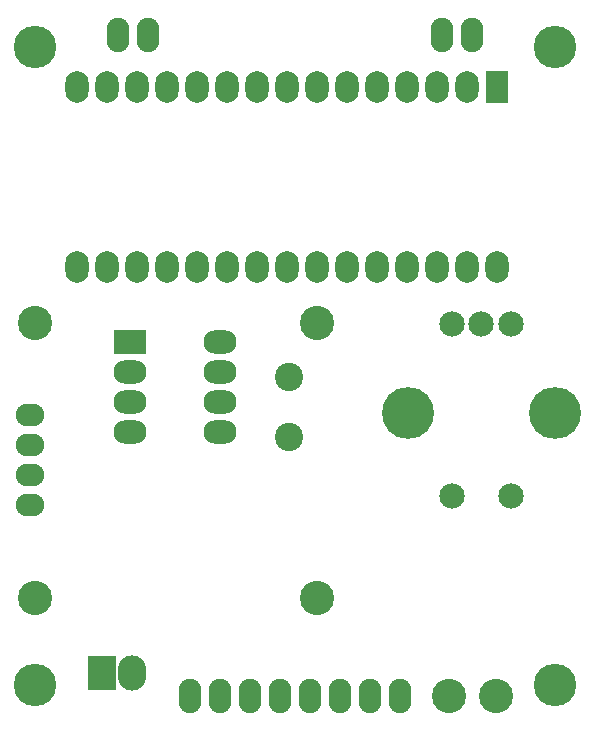
<source format=gbr>
G04 #@! TF.FileFunction,Soldermask,Bot*
%FSLAX46Y46*%
G04 Gerber Fmt 4.6, Leading zero omitted, Abs format (unit mm)*
G04 Created by KiCad (PCBNEW 4.0.4-stable) date 09/01/17 08:26:27*
%MOMM*%
%LPD*%
G01*
G04 APERTURE LIST*
%ADD10C,0.100000*%
%ADD11R,1.974800X2.686000*%
%ADD12O,1.974800X2.686000*%
%ADD13O,2.400000X1.924000*%
%ADD14C,2.900000*%
%ADD15C,2.400000*%
%ADD16R,2.800000X2.000000*%
%ADD17O,2.800000X2.000000*%
%ADD18O,1.920000X2.920000*%
%ADD19C,3.600000*%
%ADD20C,2.899360*%
%ADD21C,2.150000*%
%ADD22O,4.400000X4.400000*%
%ADD23R,2.400000X3.000000*%
%ADD24O,2.400000X3.000000*%
G04 APERTURE END LIST*
D10*
D11*
X112050000Y-76380000D03*
D12*
X109510000Y-76380000D03*
X106970000Y-76380000D03*
X104430000Y-76380000D03*
X101890000Y-76380000D03*
X99350000Y-76380000D03*
X96810000Y-76380000D03*
X94270000Y-76380000D03*
X91730000Y-76380000D03*
X89190000Y-76380000D03*
X86650000Y-76380000D03*
X84110000Y-76380000D03*
X81570000Y-76380000D03*
X79030000Y-76380000D03*
X76490000Y-76380000D03*
X76490000Y-91620000D03*
X79030000Y-91620000D03*
X81570000Y-91620000D03*
X84110000Y-91620000D03*
X86650000Y-91620000D03*
X89190000Y-91620000D03*
X91730000Y-91620000D03*
X94270000Y-91620000D03*
X96810000Y-91620000D03*
X99350000Y-91620000D03*
X101890000Y-91620000D03*
X104430000Y-91620000D03*
X106970000Y-91620000D03*
X109510000Y-91620000D03*
X112050000Y-91620000D03*
D13*
X72500000Y-111810000D03*
X72500000Y-109270000D03*
X72500000Y-106730000D03*
X72500000Y-104190000D03*
D14*
X96800000Y-119650000D03*
X73000000Y-119650000D03*
X73000000Y-96350000D03*
X96800000Y-96350000D03*
D15*
X94500000Y-101000000D03*
X94500000Y-106000000D03*
D16*
X81000000Y-98000000D03*
D17*
X88620000Y-105620000D03*
X81000000Y-100540000D03*
X88620000Y-103080000D03*
X81000000Y-103080000D03*
X88620000Y-100540000D03*
X81000000Y-105620000D03*
X88620000Y-98000000D03*
D18*
X80000000Y-72000000D03*
X82540000Y-72000000D03*
X110000000Y-72000000D03*
X107460000Y-72000000D03*
D19*
X73000000Y-73000000D03*
X117000000Y-73000000D03*
X73000000Y-127000000D03*
X117000000Y-127000000D03*
D20*
X112000000Y-128000000D03*
X108000000Y-128000000D03*
D18*
X86100000Y-128000000D03*
X88640000Y-128000000D03*
X91180000Y-128000000D03*
X93720000Y-128000000D03*
X96260000Y-128000000D03*
X98800000Y-128000000D03*
X101340000Y-128000000D03*
X103880000Y-128000000D03*
D21*
X113250000Y-96500000D03*
X108250000Y-96500000D03*
X110750000Y-96500000D03*
X108250000Y-111000000D03*
X113250000Y-111000000D03*
D22*
X104550000Y-104000000D03*
X116950000Y-104000000D03*
D23*
X78600000Y-126000000D03*
D24*
X81140000Y-126000000D03*
M02*

</source>
